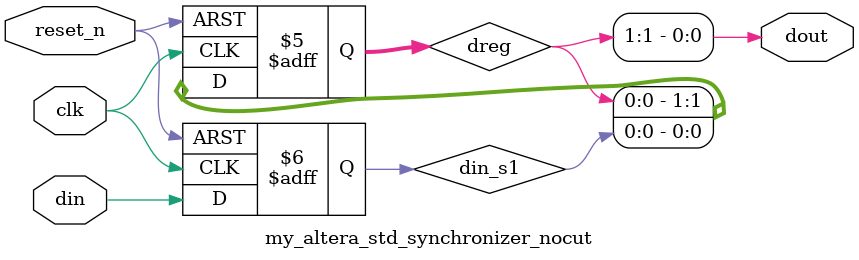
<source format=v>

`timescale 1ns / 1ns

module my_altera_std_synchronizer_nocut (
                                clk, 
                                reset_n, 
                                din, 
                                dout
                                );

   parameter depth = 3; // This value must be >= 2 !
   parameter rst_value = 0;     
     
   input   clk;
   input   reset_n;    
   input   din;
   output  dout;
   
   // QuartusII synthesis directives:
   //     1. Preserve all registers ie. do not touch them.
   //     2. Do not merge other flip-flops with synchronizer flip-flops.
   // QuartusII TimeQuest directives:
   //     1. Identify all flip-flops in this module as members of the synchronizer 
   //        to enable automatic metastability MTBF analysis.

   (* altera_attribute = {"-name ADV_NETLIST_OPT_ALLOWED NEVER_ALLOW; -name SYNCHRONIZER_IDENTIFICATION FORCED; -name DONT_MERGE_REGISTER ON; -name PRESERVE_REGISTER ON  "} *) reg din_s1;

   (* altera_attribute = {"-name ADV_NETLIST_OPT_ALLOWED NEVER_ALLOW; -name DONT_MERGE_REGISTER ON; -name PRESERVE_REGISTER ON"} *) reg [depth-2:0] dreg;    
   
   //synthesis translate_off
   initial begin
      if (depth <2) begin
         $display("%m: Error: synchronizer length: %0d less than 2.", depth);
      end
   end

   // the first synchronizer register is either a simple D flop for synthesis
   // and non-metastable simulation or a D flop with a method to inject random
   // metastable events resulting in random delay of [0,1] cycles
   
`ifdef __ALTERA_STD__METASTABLE_SIM

   reg[31:0]  RANDOM_SEED = 123456;      
   wire  next_din_s1;
   wire  dout;
   reg   din_last;
   reg          random;
   event metastable_event; // hook for debug monitoring

   initial begin
      $display("%m: Info: Metastable event injection simulation mode enabled");
   end
   
   always @(posedge clk) begin
      if (reset_n == 0)
        random <= $random(RANDOM_SEED);
      else
        random <= $random;
   end

   assign next_din_s1 = (din_last ^ din) ? random : din;   

   always @(posedge clk or negedge reset_n) begin
       if (reset_n == 0) 
         din_last <= (rst_value == 0)? 1'b0 : 1'b1;
       else
         din_last <= din;
   end

   always @(posedge clk or negedge reset_n) begin
       if (reset_n == 0) 
         din_s1 <= (rst_value == 0)? 1'b0 : 1'b1;
       else
         din_s1 <= next_din_s1;
   end
   
`else 

   //synthesis translate_on   
   generate if (rst_value == 0)
       always @(posedge clk or negedge reset_n) begin
           if (reset_n == 0) 
             din_s1 <= 1'b0;
           else
             din_s1 <= din;
       end
   endgenerate
   
   generate if (rst_value == 1)
       always @(posedge clk or negedge reset_n) begin
           if (reset_n == 0) 
             din_s1 <= 1'b1;
           else
             din_s1 <= din;
       end
   endgenerate
   //synthesis translate_off      

`endif

`ifdef __ALTERA_STD__METASTABLE_SIM_VERBOSE
   always @(*) begin
      if (reset_n && (din_last != din) && (random != din)) begin
         $display("%m: Verbose Info: metastable event @ time %t", $time);
         ->metastable_event;
      end
   end      
`endif

   //synthesis translate_on

   // the remaining synchronizer registers form a simple shift register
   // of length depth-1
   generate if (rst_value == 0)
      if (depth < 3) begin
         always @(posedge clk or negedge reset_n) begin
            if (reset_n == 0) 
              dreg <= {depth-1{1'b0}};            
            else
              dreg <= din_s1;
         end         
      end else begin
         always @(posedge clk or negedge reset_n) begin
            if (reset_n == 0) 
              dreg <= {depth-1{1'b0}};
            else
              dreg <= {dreg[depth-3:0], din_s1};
         end
      end
   endgenerate
   
   generate if (rst_value == 1)
      if (depth < 3) begin
         always @(posedge clk or negedge reset_n) begin
            if (reset_n == 0) 
              dreg <= {depth-1{1'b1}};            
            else
              dreg <= din_s1;
         end         
      end else begin
         always @(posedge clk or negedge reset_n) begin
            if (reset_n == 0) 
              dreg <= {depth-1{1'b1}};
            else
              dreg <= {dreg[depth-3:0], din_s1};
         end
      end
   endgenerate

   assign dout = dreg[depth-2];
   
endmodule 


                        

</source>
